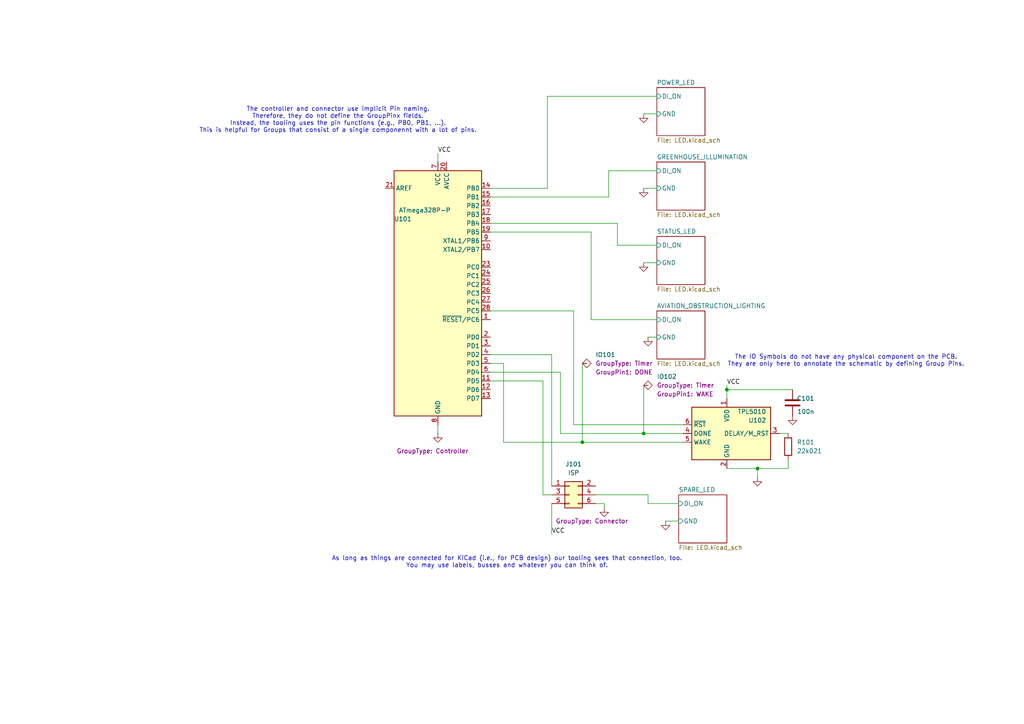
<source format=kicad_sch>
(kicad_sch (version 20250114) (generator "eeschema") (generator_version "9.0")
  (paper "A4")
  (lib_symbols
    (symbol "Connector_Generic:Conn_02x03_Odd_Even" (pin_names (offset 1.016) (hide yes))
      (property "Reference" "J" (at 1.27 5.08 0))
      (property "Value" "Conn_02x03_Odd_Even" (at 1.27 -5.08 0))
      (symbol "Conn_02x03_Odd_Even_1_1"
        (rectangle (start -1.27 3.81) (end 3.81 -3.81) (stroke (width 0.254)) (fill (type background)))
        (rectangle (start -1.27 2.667) (end 0 2.413) (stroke (width 0.1524)))
        (rectangle (start -1.27 0.127) (end 0 -0.127) (stroke (width 0.1524)))
        (rectangle (start -1.27 -2.413) (end 0 -2.667) (stroke (width 0.1524)))
        (rectangle (start 3.81 2.667) (end 2.54 2.413) (stroke (width 0.1524)))
        (rectangle (start 3.81 0.127) (end 2.54 -0.127) (stroke (width 0.1524)))
        (rectangle (start 3.81 -2.413) (end 2.54 -2.667) (stroke (width 0.1524)))
        (pin passive line (at -5.08 2.54 0) (length 3.81) (name "Pin_1") (number "1"))
        (pin passive line (at -5.08 0 0) (length 3.81) (name "Pin_3") (number "3"))
        (pin passive line (at -5.08 -2.54 0) (length 3.81) (name "Pin_5") (number "5"))
        (pin passive line (at 7.62 2.54 180) (length 3.81) (name "Pin_2") (number "2"))
        (pin passive line (at 7.62 0 180) (length 3.81) (name "Pin_4") (number "4"))
        (pin passive line (at 7.62 -2.54 180) (length 3.81) (name "Pin_6") (number "6"))
      )
    )
    (symbol "DLR_Snippet_References:Group_IO" (pin_numbers (hide yes)) (pin_names (offset 1.016) (hide yes)) (in_bom no) (on_board no)
      (property "Reference" "IO" (at 0 -2.54 0))
      (property "GroupType" "TODO" (at 5.08 1.27 0))
      (property "GroupPin1" "TODO" (at 5.08 -1.27 0))
      (symbol "Group_IO_0_1"
        (polyline (pts (xy -1.27 0) (xy 0 1.27)))
        (polyline (pts (xy 0 1.27) (xy 1.27 0)))
        (polyline (pts (xy 0 -1.27) (xy -1.27 0)))
        (polyline (pts (xy 1.27 0) (xy 0 -1.27)))
      )
      (symbol "Group_IO_1_1"
        (pin passive line (at 0 1.27 270) (length 1.27) (name "~") (number "1"))
      )
    )
    (symbol "Device:C" (pin_numbers (hide yes)) (pin_names (offset 0.254))
      (property "Reference" "C" (at 0.635 2.54 0))
      (property "Value" "C" (at 0.635 -2.54 0))
      (symbol "C_0_1"
        (polyline (pts (xy -2.032 0.762) (xy 2.032 0.762)) (stroke (width 0.508)))
        (polyline (pts (xy -2.032 -0.762) (xy 2.032 -0.762)) (stroke (width 0.508)))
      )
      (symbol "C_1_1"
        (pin passive line (at 0 3.81 270) (length 2.794) (name "~") (number "1"))
        (pin passive line (at 0 -3.81 90) (length 2.794) (name "~") (number "2"))
      )
    )
    (symbol "Device:R" (pin_numbers (hide yes)) (pin_names (offset 0))
      (property "Reference" "R" (at 2.032 0 90))
      (property "Value" "R" (at 0 0 90))
      (symbol "R_0_1"
        (rectangle (start -1.016 -2.54) (end 1.016 2.54) (stroke (width 0.254)))
      )
      (symbol "R_1_1"
        (pin passive line (at 0 3.81 270) (length 1.27) (name "~") (number "1"))
        (pin passive line (at 0 -3.81 90) (length 1.27) (name "~") (number "2"))
      )
    )
    (symbol "MCU_Microchip_ATmega:ATmega328P-P"
      (property "Reference" "U" (at -12.7 36.83 0))
      (property "Value" "ATmega328P-P" (at 2.54 -36.83 0))
      (symbol "ATmega328P-P_0_1"
        (rectangle (start -12.7 -35.56) (end 12.7 35.56) (stroke (width 0.254)) (fill (type background)))
      )
      (symbol "ATmega328P-P_1_1"
        (pin passive line (at -15.24 30.48 0) (length 2.54) (name "AREF") (number "21"))
        (pin power_in line (at 0 38.1 270) (length 2.54) (name "VCC") (number "7"))
        (pin passive line (at 0 -38.1 90) (length 2.54) (hide yes) (name "GND") (number "22"))
        (pin power_in line (at 0 -38.1 90) (length 2.54) (name "GND") (number "8"))
        (pin power_in line (at 2.54 38.1 270) (length 2.54) (name "AVCC") (number "20"))
        (pin bidirectional line (at 15.24 30.48 180) (length 2.54) (name "PB0") (number "14"))
        (pin bidirectional line (at 15.24 27.94 180) (length 2.54) (name "PB1") (number "15"))
        (pin bidirectional line (at 15.24 25.4 180) (length 2.54) (name "PB2") (number "16"))
        (pin bidirectional line (at 15.24 22.86 180) (length 2.54) (name "PB3") (number "17"))
        (pin bidirectional line (at 15.24 20.32 180) (length 2.54) (name "PB4") (number "18"))
        (pin bidirectional line (at 15.24 17.78 180) (length 2.54) (name "PB5") (number "19"))
        (pin bidirectional line (at 15.24 15.24 180) (length 2.54) (name "XTAL1/PB6") (number "9"))
        (pin bidirectional line (at 15.24 12.7 180) (length 2.54) (name "XTAL2/PB7") (number "10"))
        (pin bidirectional line (at 15.24 7.62 180) (length 2.54) (name "PC0") (number "23"))
        (pin bidirectional line (at 15.24 5.08 180) (length 2.54) (name "PC1") (number "24"))
        (pin bidirectional line (at 15.24 2.54 180) (length 2.54) (name "PC2") (number "25"))
        (pin bidirectional line (at 15.24 0 180) (length 2.54) (name "PC3") (number "26"))
        (pin bidirectional line (at 15.24 -2.54 180) (length 2.54) (name "PC4") (number "27"))
        (pin bidirectional line (at 15.24 -5.08 180) (length 2.54) (name "PC5") (number "28"))
        (pin bidirectional line (at 15.24 -7.62 180) (length 2.54) (name "~{RESET}/PC6") (number "1"))
        (pin bidirectional line (at 15.24 -12.7 180) (length 2.54) (name "PD0") (number "2"))
        (pin bidirectional line (at 15.24 -15.24 180) (length 2.54) (name "PD1") (number "3"))
        (pin bidirectional line (at 15.24 -17.78 180) (length 2.54) (name "PD2") (number "4"))
        (pin bidirectional line (at 15.24 -20.32 180) (length 2.54) (name "PD3") (number "5"))
        (pin bidirectional line (at 15.24 -22.86 180) (length 2.54) (name "PD4") (number "6"))
        (pin bidirectional line (at 15.24 -25.4 180) (length 2.54) (name "PD5") (number "11"))
        (pin bidirectional line (at 15.24 -27.94 180) (length 2.54) (name "PD6") (number "12"))
        (pin bidirectional line (at 15.24 -30.48 180) (length 2.54) (name "PD7") (number "13"))
      )
    )
    (symbol "Timer:TPL5010"
      (property "Reference" "U" (at -8.89 8.89 0))
      (property "Value" "TPL5010" (at 6.35 8.89 0))
      (symbol "TPL5010_0_1"
        (rectangle (start -12.7 7.62) (end 10.16 -7.62) (stroke (width 0.254)) (fill (type background)))
      )
      (symbol "TPL5010_1_1"
        (pin input line (at -15.24 0 0) (length 2.54) (name "DELAY/M_RST") (number "3"))
        (pin power_in line (at 0 10.16 270) (length 2.54) (name "VDD") (number "1"))
        (pin power_in line (at 0 -10.16 90) (length 2.54) (name "GND") (number "2"))
        (pin open_collector line (at 12.7 2.54 180) (length 2.54) (name "~{RST}") (number "6"))
        (pin input line (at 12.7 0 180) (length 2.54) (name "DONE") (number "4"))
        (pin output line (at 12.7 -2.54 180) (length 2.54) (name "WAKE") (number "5"))
      )
    )
    (symbol "power:GND" (power) (pin_numbers (hide yes)) (pin_names (offset 0) (hide yes))
      (property "Value" "GND" (at 0 -3.81 0))
      (symbol "GND_0_1"
        (polyline (pts (xy 0 0) (xy 0 -1.27) (xy 1.27 -1.27) (xy 0 -2.54) (xy -1.27 -1.27) (xy 0 -1.27)))
      )
      (symbol "GND_1_1"
        (pin power_in line (at 0 0 270) (length 0) (name "~") (number "1"))
      )
    )
  )
  (text "The IO Symbols do not have any physical component on the PCB.\nThey are only here to annotate the schematic by defining Group Pins." (at 245.364 104.648 0) (effects (font (size 1.27 1.27))))
  (text "The controller and connector use implicit Pin naming.\nTherefore, they do not define the GroupPinx fields.\nInstead, the tooling uses the pin functions (e.g., PB0, PB1, ...).\nThis is helpful for Groups that consist of a single componennt with a lot of pins." (at 98.044 34.798 0) (effects (font (size 1.27 1.27))))
  (text "As long as things are connected for KiCad (i.e., for PCB design) our tooling sees that connection, too.\nYou may use labels, busses and whatever you can think of." (at 147.066 163.068 0) (effects (font (size 1.27 1.27))))
  (junction (at 210.82 113.03))
  (junction (at 219.71 135.89))
  (junction (at 186.69 125.73))
  (junction (at 168.91 128.27))
  (wire (pts (xy 166.37 123.19) (xy 198.12 123.19)))
  (wire (pts (xy 175.26 146.05) (xy 172.72 146.05)))
  (wire (pts (xy 226.06 125.73) (xy 228.6 125.73)))
  (wire (pts (xy 176.53 49.53) (xy 190.5 49.53)))
  (wire (pts (xy 157.48 110.49) (xy 157.48 143.51)))
  (wire (pts (xy 190.5 92.71) (xy 171.45 92.71)))
  (wire (pts (xy 210.82 135.89) (xy 219.71 135.89)))
  (wire (pts (xy 187.96 97.79) (xy 190.5 97.79)))
  (wire (pts (xy 228.6 135.89) (xy 219.71 135.89)))
  (wire (pts (xy 168.91 105.41) (xy 168.91 128.27)))
  (wire (pts (xy 193.04 151.13) (xy 196.85 151.13)))
  (wire (pts (xy 186.69 76.2) (xy 190.5 76.2)))
  (wire (pts (xy 157.48 143.51) (xy 160.02 143.51)))
  (wire (pts (xy 187.96 143.51) (xy 187.96 146.05)))
  (wire (pts (xy 158.75 54.61) (xy 142.24 54.61)))
  (wire (pts (xy 210.82 113.03) (xy 229.87 113.03)))
  (wire (pts (xy 162.56 125.73) (xy 186.69 125.73)))
  (wire (pts (xy 187.96 146.05) (xy 196.85 146.05)))
  (wire (pts (xy 186.69 54.61) (xy 190.5 54.61)))
  (wire (pts (xy 146.05 105.41) (xy 142.24 105.41)))
  (wire (pts (xy 142.24 67.31) (xy 171.45 67.31)))
  (wire (pts (xy 142.24 90.17) (xy 166.37 90.17)))
  (wire (pts (xy 127 123.19) (xy 127 125.73)))
  (wire (pts (xy 219.71 135.89) (xy 219.71 138.43)))
  (wire (pts (xy 168.91 128.27) (xy 198.12 128.27)))
  (wire (pts (xy 171.45 67.31) (xy 171.45 92.71)))
  (wire (pts (xy 175.26 147.32) (xy 175.26 146.05)))
  (wire (pts (xy 160.02 146.05) (xy 160.02 154.94)))
  (wire (pts (xy 142.24 107.95) (xy 162.56 107.95)))
  (wire (pts (xy 172.72 143.51) (xy 187.96 143.51)))
  (wire (pts (xy 146.05 128.27) (xy 168.91 128.27)))
  (wire (pts (xy 158.75 54.61) (xy 158.75 27.94)))
  (wire (pts (xy 166.37 90.17) (xy 166.37 123.19)))
  (wire (pts (xy 228.6 133.35) (xy 228.6 135.89)))
  (wire (pts (xy 146.05 128.27) (xy 146.05 105.41)))
  (wire (pts (xy 176.53 57.15) (xy 176.53 49.53)))
  (wire (pts (xy 186.69 125.73) (xy 198.12 125.73)))
  (wire (pts (xy 179.07 71.12) (xy 190.5 71.12)))
  (wire (pts (xy 186.69 111.76) (xy 186.69 125.73)))
  (wire (pts (xy 142.24 102.87) (xy 160.02 102.87)))
  (wire (pts (xy 186.69 33.02) (xy 190.5 33.02)))
  (wire (pts (xy 179.07 64.77) (xy 179.07 71.12)))
  (wire (pts (xy 158.75 27.94) (xy 190.5 27.94)))
  (wire (pts (xy 142.24 57.15) (xy 176.53 57.15)))
  (wire (pts (xy 210.82 113.03) (xy 210.82 115.57)))
  (wire (pts (xy 127 44.45) (xy 127 46.99)))
  (wire (pts (xy 160.02 102.87) (xy 160.02 140.97)))
  (wire (pts (xy 142.24 64.77) (xy 179.07 64.77)))
  (wire (pts (xy 142.24 110.49) (xy 157.48 110.49)))
  (wire (pts (xy 210.82 111.76) (xy 210.82 113.03)))
  (wire (pts (xy 162.56 107.95) (xy 162.56 125.73)))
  (label "VCC" (at 127 44.45 0))
  (label "VCC" (at 160.02 154.94 0))
  (label "VCC" (at 210.82 111.76 0))
  (symbol (lib_id "power:GND") (at 193.04 151.13 0) (unit 1)
    (property "Reference" "#PWR0109" (effects (hide yes)))
    (property "Value" "GND" (effects (hide yes)))
    (property "Description" "Power symbol creates a global label with name \"GND\" , ground" (effects (hide yes)))
  )
  (symbol (lib_id "MCU_Microchip_ATmega:ATmega328P-P") (at 127 85.09 0) (unit 1)
    (property "Reference" "U101" (at 116.84 63.5 0))
    (property "Value" "ATmega328P-P" (at 123.19 60.96 0))
    (property "Footprint" "Package_DIP:DIP-28_W7.62mm" (effects (hide yes)))
    (property "Datasheet" "http://ww1.microchip.com/downloads/en/DeviceDoc/ATmega328_P%20AVR%20MCU%20with%20picoPower%20Technology%20Data%20Sheet%2040001984A.pdf" (effects (hide yes)))
    (property "Description" "20MHz, 32kB Flash, 2kB SRAM, 1kB EEPROM, DIP-28" (effects (hide yes)))
    (property "GroupType" "Controller" (at 125.476 130.81 0) (show_name yes))
  )
  (symbol (lib_id "power:GND") (at 186.69 33.02 0) (unit 1)
    (property "Reference" "#PWR0101" (effects (hide yes)))
    (property "Value" "GND" (effects (hide yes)))
    (property "Description" "Power symbol creates a global label with name \"GND\" , ground" (effects (hide yes)))
  )
  (symbol (lib_id "power:GND") (at 229.87 120.65 0) (unit 1)
    (property "Reference" "#PWR0105" (effects (hide yes)))
    (property "Value" "GND" (effects (hide yes)))
    (property "Description" "Power symbol creates a global label with name \"GND\" , ground" (effects (hide yes)))
  )
  (symbol (lib_id "power:GND") (at 219.71 138.43 0) (unit 1)
    (property "Reference" "#PWR0107" (effects (hide yes)))
    (property "Value" "GND" (effects (hide yes)))
    (property "Description" "Power symbol creates a global label with name \"GND\" , ground" (effects (hide yes)))
  )
  (symbol (lib_id "power:GND") (at 175.26 147.32 0) (unit 1)
    (property "Reference" "#PWR0108" (effects (hide yes)))
    (property "Value" "GND" (effects (hide yes)))
    (property "Description" "Power symbol creates a global label with name \"GND\" , ground" (effects (hide yes)))
  )
  (symbol (lib_id "Device:R") (at 228.6 129.54 0) (unit 1)
    (property "Reference" "R101" (at 231.14 128.27 0) (effects (justify left)))
    (property "Value" "22k021" (at 231.14 130.81 0) (effects (justify left)))
    (property "Footprint" "Resistor_SMD:R_0603_1608Metric_Pad0.98x0.95mm_HandSolder" (effects (hide yes)))
    (property "Description" "Resistor" (effects (hide yes)))
  )
  (symbol (lib_id "DLR_Snippet_References:Group_IO") (at 187.96 111.76 90) (unit 1) (in_bom no) (on_board no)
    (property "Reference" "IO102" (at 190.5 109.2199 90) (effects (justify right)))
    (property "Value" "Group_IO" (effects (hide yes)))
    (property "Footprint" "Module_Reference_Frames:Input_Output_Footprint" (effects (hide yes)))
    (property "Description" "Replace GroupType with the type of snippet this pin belongs to. Replace GroupPin1 with the name of this pin for this snippet. Add fields with the GroupField prefix to define key-value pairs for this nippet" (effects (hide yes)))
    (property "GroupType" "Timer" (at 190.5 111.7599 90) (show_name yes) (effects (justify right)))
    (property "GroupPin1" "WAKE" (at 190.5 114.2999 90) (show_name yes) (effects (justify right)))
  )
  (symbol (lib_id "power:GND") (at 187.96 97.79 0) (unit 1)
    (property "Reference" "#PWR0104" (effects (hide yes)))
    (property "Value" "GND" (effects (hide yes)))
    (property "Description" "Power symbol creates a global label with name \"GND\" , ground" (effects (hide yes)))
  )
  (symbol (lib_id "power:GND") (at 127 125.73 0) (unit 1)
    (property "Reference" "#PWR0106" (effects (hide yes)))
    (property "Value" "GND" (effects (hide yes)))
    (property "Description" "Power symbol creates a global label with name \"GND\" , ground" (effects (hide yes)))
  )
  (symbol (lib_id "Timer:TPL5010") (at 210.82 125.73 0) (mirror y) (unit 1)
    (property "Reference" "U102" (at 222.25 121.92 0) (effects (justify left)))
    (property "Value" "TPL5010" (at 222.25 119.38 0) (effects (justify left)))
    (property "Footprint" "Package_TO_SOT_SMD:SOT-23-6" (effects (hide yes)))
    (property "Datasheet" "http://www.ti.com/lit/ds/symlink/tpl5010.pdf" (effects (hide yes)))
    (property "Description" "Timer, Nano Power, Watchdog, 35 nA, 100 ms to 7200 s, VDD 1.8V to 5.5V, Iout max 1mA" (effects (hide yes)))
  )
  (symbol (lib_id "Device:C") (at 229.87 116.84 180) (unit 1)
    (property "Reference" "C101" (at 236.22 115.57 0) (effects (justify left)))
    (property "Value" "100n" (at 236.22 119.38 0) (effects (justify left)))
    (property "Footprint" "Capacitor_SMD:C_0603_1608Metric_Pad1.08x0.95mm_HandSolder" (effects (hide yes)))
    (property "Description" "Unpolarized capacitor" (effects (hide yes)))
  )
  (symbol (lib_id "power:GND") (at 186.69 76.2 0) (unit 1)
    (property "Reference" "#PWR0103" (effects (hide yes)))
    (property "Value" "GND" (effects (hide yes)))
    (property "Description" "Power symbol creates a global label with name \"GND\" , ground" (effects (hide yes)))
  )
  (symbol (lib_id "power:GND") (at 186.69 54.61 0) (unit 1)
    (property "Reference" "#PWR0102" (effects (hide yes)))
    (property "Value" "GND" (effects (hide yes)))
    (property "Description" "Power symbol creates a global label with name \"GND\" , ground" (effects (hide yes)))
  )
  (symbol (lib_id "Connector_Generic:Conn_02x03_Odd_Even") (at 165.1 143.51 0) (unit 1)
    (property "Reference" "J101" (at 166.37 134.62 0))
    (property "Value" "ISP" (at 166.37 137.16 0))
    (property "Footprint" "Connector_IDC:IDC-Header_2x03_P2.54mm_Vertical" (effects (hide yes)))
    (property "Description" "Generic connector, double row, 02x03, odd/even pin numbering scheme (row 1 odd numbers, row 2 even numbers), script generated (kicad-library-utils/schlib/autogen/connector/)" (effects (hide yes)))
    (property "GroupType" "Connector" (at 171.704 151.13 0) (show_name yes))
  )
  (symbol (lib_id "DLR_Snippet_References:Group_IO") (at 170.18 105.41 90) (unit 1) (in_bom no) (on_board no)
    (property "Reference" "IO101" (at 172.72 102.8699 90) (effects (justify right)))
    (property "Value" "Group_IO" (effects (hide yes)))
    (property "Footprint" "Module_Reference_Frames:Input_Output_Footprint" (effects (hide yes)))
    (property "Description" "Replace GroupType with the type of snippet this pin belongs to. Replace GroupPin1 with the name of this pin for this snippet. Add fields with the GroupField prefix to define key-value pairs for this nippet" (effects (hide yes)))
    (property "GroupType" "Timer" (at 172.72 105.4099 90) (show_name yes) (effects (justify right)))
    (property "GroupPin1" "DONE" (at 172.72 107.9499 90) (show_name yes) (effects (justify right)))
  )
  (sheet (at 190.5 90.17) (size 13.97 13.97) (stroke (width 0.1524))
    (property "Sheetname" "AVIATION_OBSTRUCTION_LIGHTING" (at 190.5 89.4584 0) (effects (justify left bottom)))
    (property "Sheetfile" "LED.kicad_sch" (at 190.5 104.7246 0) (effects (justify left top)))
    (pin "DI_ON" input (at 190.5 92.71 180))
    (pin "GND" input (at 190.5 97.79 180))
  )
  (sheet (at 190.5 25.4) (size 13.97 13.97) (stroke (width 0.1524))
    (property "Sheetname" "POWER_LED" (at 190.5 24.6884 0) (effects (justify left bottom)))
    (property "Sheetfile" "LED.kicad_sch" (at 190.5 39.9546 0) (effects (justify left top)))
    (pin "DI_ON" input (at 190.5 27.94 180))
    (pin "GND" input (at 190.5 33.02 180))
  )
  (sheet (at 190.5 68.58) (size 13.97 13.97) (stroke (width 0.1524))
    (property "Sheetname" "STATUS_LED" (at 190.5 67.8684 0) (effects (justify left bottom)))
    (property "Sheetfile" "LED.kicad_sch" (at 190.5 83.1346 0) (effects (justify left top)))
    (pin "DI_ON" input (at 190.5 71.12 180))
    (pin "GND" input (at 190.5 76.2 180))
  )
  (sheet (at 196.85 143.51) (size 13.97 13.97) (stroke (width 0.1524))
    (property "Sheetname" "SPARE_LED" (at 196.85 142.7984 0) (effects (justify left bottom)))
    (property "Sheetfile" "LED.kicad_sch" (at 196.85 158.0646 0) (effects (justify left top)))
    (pin "DI_ON" input (at 196.85 146.05 180))
    (pin "GND" input (at 196.85 151.13 180))
  )
  (sheet (at 190.5 46.99) (size 13.97 13.97) (stroke (width 0.1524))
    (property "Sheetname" "GREENHOUSE_ILLUMINATION" (at 190.5 46.2784 0) (effects (justify left bottom)))
    (property "Sheetfile" "LED.kicad_sch" (at 190.5 61.5446 0) (effects (justify left top)))
    (pin "DI_ON" input (at 190.5 49.53 180))
    (pin "GND" input (at 190.5 54.61 180))
  )
)
</source>
